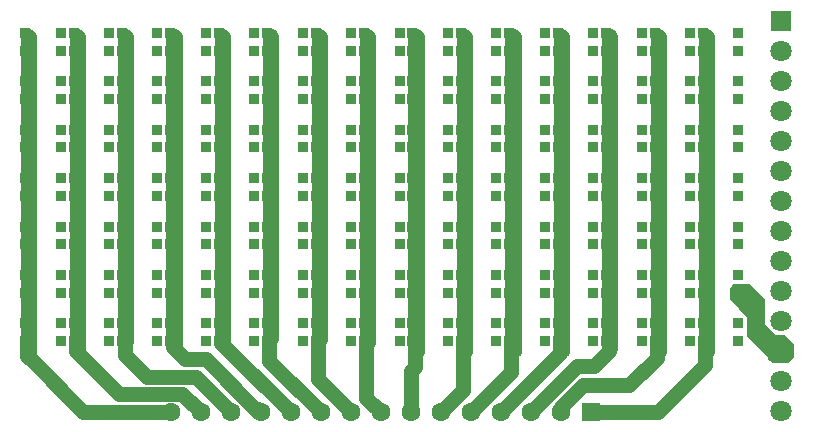
<source format=gtl>
G04 Layer: TopLayer*
G04 EasyEDA Pro v2.1.21.9b64d12f.b3811b, 2024-04-08 20:46:48*
G04 Gerber Generator version 0.3*
G04 Scale: 100 percent, Rotated: No, Reflected: No*
G04 Dimensions in millimeters*
G04 Leading zeros omitted, absolute positions, 3 integers and 3 decimals*
%FSLAX33Y33*%
%MOMM*%
%ADD8191C,0.203*%
%ADD10C,1.8*%
%ADD11R,1.8X1.8*%
%ADD12R,1.6X1.6*%
%ADD13C,1.6*%
%ADD14R,0.9X0.9*%
%ADD15C,0.6144*%
%ADD16C,0.61*%
%ADD17C,0.762*%
%ADD18C,1.27*%
G75*


G04 Copper Start*
G36*
G01X63516Y-26715D02*
G01X63115Y-27116D01*
G01X61795D01*
G01X61524Y-26845D01*
G01Y-26776D01*
G03X61495Y-26704I-102J0D01*
G01X59738Y-24947D01*
G01Y-23338D01*
G03X59708Y-23266I-102J0D01*
G01X59656Y-23214D01*
G03X59536Y-23094I-306J-186D01*
G01X58256Y-21813D01*
G01Y-20899D01*
G01X58560Y-20595D01*
G01X59808D01*
G01X61089Y-21876D01*
G01Y-23980D01*
G03X61119Y-24052I102J0D01*
G01X61970Y-24903D01*
G03X62042Y-24933I72J72D01*
G01X62748D01*
G01X63516Y-25701D01*
G01Y-26715D01*
G37*
G54D8191*
G01X63516Y-26715D02*
G01X63115Y-27116D01*
G01X61795D01*
G01X61524Y-26845D01*
G01Y-26776D01*
G03X61495Y-26704I-102J0D01*
G01X59738Y-24947D01*
G01Y-23338D01*
G03X59708Y-23266I-102J0D01*
G01X59656Y-23214D01*
G03X59536Y-23094I-306J-186D01*
G01X58256Y-21813D01*
G01Y-20899D01*
G01X58560Y-20595D01*
G01X59808D01*
G01X61089Y-21876D01*
G01Y-23980D01*
G03X61119Y-24052I102J0D01*
G01X61970Y-24903D01*
G03X62042Y-24933I72J72D01*
G01X62748D01*
G01X63516Y-25701D01*
G01Y-26715D01*
G04 Copper End*

G04 Pad Start*
G54D10*
G01X62484Y-31242D03*
G01X62484Y-28702D03*
G01X62484Y-26162D03*
G01X62484Y-23622D03*
G01X62484Y-21082D03*
G01X62484Y-18542D03*
G01X62484Y-16002D03*
G01X62484Y-13462D03*
G01X62484Y-10922D03*
G01X62484Y-8382D03*
G01X62484Y-5842D03*
G01X62484Y-3302D03*
G01X62484Y-762D03*
G54D11*
G01X62484Y1778D03*
G54D12*
G01X46390Y-31369D03*
G54D13*
G01X43850Y-31369D03*
G01X41310Y-31369D03*
G01X38770Y-31369D03*
G01X36230Y-31369D03*
G01X33690Y-31369D03*
G01X31150Y-31369D03*
G01X28610Y-31369D03*
G01X26070Y-31369D03*
G01X23530Y-31369D03*
G01X20990Y-31369D03*
G01X18450Y-31369D03*
G01X15910Y-31369D03*
G01X13370Y-31369D03*
G01X10830Y-31369D03*
G54D14*
G01X1500Y-750D03*
G01X-1500Y-750D03*
G01X-1500Y750D03*
G01X1500Y750D03*
G01X5600Y-750D03*
G01X2600Y-750D03*
G01X2600Y750D03*
G01X5600Y750D03*
G01X9700Y-750D03*
G01X6700Y-750D03*
G01X6700Y750D03*
G01X9700Y750D03*
G01X13800Y-750D03*
G01X10800Y-750D03*
G01X10800Y750D03*
G01X13800Y750D03*
G01X17900Y-750D03*
G01X14900Y-750D03*
G01X14900Y750D03*
G01X17900Y750D03*
G01X1500Y-4850D03*
G01X-1500Y-4850D03*
G01X-1500Y-3350D03*
G01X1500Y-3350D03*
G01X5600Y-4850D03*
G01X2600Y-4850D03*
G01X2600Y-3350D03*
G01X5600Y-3350D03*
G01X9700Y-4850D03*
G01X6700Y-4850D03*
G01X6700Y-3350D03*
G01X9700Y-3350D03*
G01X13800Y-4850D03*
G01X10800Y-4850D03*
G01X10800Y-3350D03*
G01X13800Y-3350D03*
G01X17900Y-4850D03*
G01X14900Y-4850D03*
G01X14900Y-3350D03*
G01X17900Y-3350D03*
G01X1500Y-8950D03*
G01X-1500Y-8950D03*
G01X-1500Y-7450D03*
G01X1500Y-7450D03*
G01X5600Y-8950D03*
G01X2600Y-8950D03*
G01X2600Y-7450D03*
G01X5600Y-7450D03*
G01X9700Y-8950D03*
G01X6700Y-8950D03*
G01X6700Y-7450D03*
G01X9700Y-7450D03*
G01X13800Y-8950D03*
G01X10800Y-8950D03*
G01X10800Y-7450D03*
G01X13800Y-7450D03*
G01X17900Y-8950D03*
G01X14900Y-8950D03*
G01X14900Y-7450D03*
G01X17900Y-7450D03*
G01X1500Y-13050D03*
G01X-1500Y-13050D03*
G01X-1500Y-11550D03*
G01X1500Y-11550D03*
G01X5600Y-13050D03*
G01X2600Y-13050D03*
G01X2600Y-11550D03*
G01X5600Y-11550D03*
G01X9700Y-13050D03*
G01X6700Y-13050D03*
G01X6700Y-11550D03*
G01X9700Y-11550D03*
G01X13800Y-13050D03*
G01X10800Y-13050D03*
G01X10800Y-11550D03*
G01X13800Y-11550D03*
G01X17900Y-13050D03*
G01X14900Y-13050D03*
G01X14900Y-11550D03*
G01X17900Y-11550D03*
G01X1500Y-17150D03*
G01X-1500Y-17150D03*
G01X-1500Y-15650D03*
G01X1500Y-15650D03*
G01X5600Y-17150D03*
G01X2600Y-17150D03*
G01X2600Y-15650D03*
G01X5600Y-15650D03*
G01X9700Y-17150D03*
G01X6700Y-17150D03*
G01X6700Y-15650D03*
G01X9700Y-15650D03*
G01X13800Y-17150D03*
G01X10800Y-17150D03*
G01X10800Y-15650D03*
G01X13800Y-15650D03*
G01X17900Y-17150D03*
G01X14900Y-17150D03*
G01X14900Y-15650D03*
G01X17900Y-15650D03*
G01X1500Y-21250D03*
G01X-1500Y-21250D03*
G01X-1500Y-19750D03*
G01X1500Y-19750D03*
G01X5600Y-21250D03*
G01X2600Y-21250D03*
G01X2600Y-19750D03*
G01X5600Y-19750D03*
G01X9700Y-21250D03*
G01X6700Y-21250D03*
G01X6700Y-19750D03*
G01X9700Y-19750D03*
G01X13800Y-21250D03*
G01X10800Y-21250D03*
G01X10800Y-19750D03*
G01X13800Y-19750D03*
G01X17900Y-21250D03*
G01X14900Y-21250D03*
G01X14900Y-19750D03*
G01X17900Y-19750D03*
G01X1500Y-25350D03*
G01X-1500Y-25350D03*
G01X-1500Y-23850D03*
G01X1500Y-23850D03*
G01X5600Y-25350D03*
G01X2600Y-25350D03*
G01X2600Y-23850D03*
G01X5600Y-23850D03*
G01X9700Y-25350D03*
G01X6700Y-25350D03*
G01X6700Y-23850D03*
G01X9700Y-23850D03*
G01X13800Y-25350D03*
G01X10800Y-25350D03*
G01X10800Y-23850D03*
G01X13800Y-23850D03*
G01X17900Y-25350D03*
G01X14900Y-25350D03*
G01X14900Y-23850D03*
G01X17900Y-23850D03*
G01X22000Y-750D03*
G01X19000Y-750D03*
G01X19000Y750D03*
G01X22000Y750D03*
G01X26100Y-750D03*
G01X23100Y-750D03*
G01X23100Y750D03*
G01X26100Y750D03*
G01X30200Y-750D03*
G01X27200Y-750D03*
G01X27200Y750D03*
G01X30200Y750D03*
G01X34300Y-750D03*
G01X31300Y-750D03*
G01X31300Y750D03*
G01X34300Y750D03*
G01X38400Y-750D03*
G01X35400Y-750D03*
G01X35400Y750D03*
G01X38400Y750D03*
G01X22000Y-4850D03*
G01X19000Y-4850D03*
G01X19000Y-3350D03*
G01X22000Y-3350D03*
G01X26100Y-4850D03*
G01X23100Y-4850D03*
G01X23100Y-3350D03*
G01X26100Y-3350D03*
G01X30200Y-4850D03*
G01X27200Y-4850D03*
G01X27200Y-3350D03*
G01X30200Y-3350D03*
G01X34300Y-4850D03*
G01X31300Y-4850D03*
G01X31300Y-3350D03*
G01X34300Y-3350D03*
G01X38400Y-4850D03*
G01X35400Y-4850D03*
G01X35400Y-3350D03*
G01X38400Y-3350D03*
G01X22000Y-8950D03*
G01X19000Y-8950D03*
G01X19000Y-7450D03*
G01X22000Y-7450D03*
G01X26100Y-8950D03*
G01X23100Y-8950D03*
G01X23100Y-7450D03*
G01X26100Y-7450D03*
G01X30200Y-8950D03*
G01X27200Y-8950D03*
G01X27200Y-7450D03*
G01X30200Y-7450D03*
G01X34300Y-8950D03*
G01X31300Y-8950D03*
G01X31300Y-7450D03*
G01X34300Y-7450D03*
G01X38400Y-8950D03*
G01X35400Y-8950D03*
G01X35400Y-7450D03*
G01X38400Y-7450D03*
G01X22000Y-13050D03*
G01X19000Y-13050D03*
G01X19000Y-11550D03*
G01X22000Y-11550D03*
G01X26100Y-13050D03*
G01X23100Y-13050D03*
G01X23100Y-11550D03*
G01X26100Y-11550D03*
G01X30200Y-13050D03*
G01X27200Y-13050D03*
G01X27200Y-11550D03*
G01X30200Y-11550D03*
G01X34300Y-13050D03*
G01X31300Y-13050D03*
G01X31300Y-11550D03*
G01X34300Y-11550D03*
G01X38400Y-13050D03*
G01X35400Y-13050D03*
G01X35400Y-11550D03*
G01X38400Y-11550D03*
G01X22000Y-17150D03*
G01X19000Y-17150D03*
G01X19000Y-15650D03*
G01X22000Y-15650D03*
G01X26100Y-17150D03*
G01X23100Y-17150D03*
G01X23100Y-15650D03*
G01X26100Y-15650D03*
G01X30200Y-17150D03*
G01X27200Y-17150D03*
G01X27200Y-15650D03*
G01X30200Y-15650D03*
G01X34300Y-17150D03*
G01X31300Y-17150D03*
G01X31300Y-15650D03*
G01X34300Y-15650D03*
G01X38400Y-17150D03*
G01X35400Y-17150D03*
G01X35400Y-15650D03*
G01X38400Y-15650D03*
G01X22000Y-21250D03*
G01X19000Y-21250D03*
G01X19000Y-19750D03*
G01X22000Y-19750D03*
G01X26100Y-21250D03*
G01X23100Y-21250D03*
G01X23100Y-19750D03*
G01X26100Y-19750D03*
G01X30200Y-21250D03*
G01X27200Y-21250D03*
G01X27200Y-19750D03*
G01X30200Y-19750D03*
G01X34300Y-21250D03*
G01X31300Y-21250D03*
G01X31300Y-19750D03*
G01X34300Y-19750D03*
G01X38400Y-21250D03*
G01X35400Y-21250D03*
G01X35400Y-19750D03*
G01X38400Y-19750D03*
G01X22000Y-25350D03*
G01X19000Y-25350D03*
G01X19000Y-23850D03*
G01X22000Y-23850D03*
G01X26100Y-25350D03*
G01X23100Y-25350D03*
G01X23100Y-23850D03*
G01X26100Y-23850D03*
G01X30200Y-25350D03*
G01X27200Y-25350D03*
G01X27200Y-23850D03*
G01X30200Y-23850D03*
G01X34300Y-25350D03*
G01X31300Y-25350D03*
G01X31300Y-23850D03*
G01X34300Y-23850D03*
G01X38400Y-25350D03*
G01X35400Y-25350D03*
G01X35400Y-23850D03*
G01X38400Y-23850D03*
G01X42500Y-750D03*
G01X39500Y-750D03*
G01X39500Y750D03*
G01X42500Y750D03*
G01X46600Y-750D03*
G01X43600Y-750D03*
G01X43600Y750D03*
G01X46600Y750D03*
G01X50700Y-750D03*
G01X47700Y-750D03*
G01X47700Y750D03*
G01X50700Y750D03*
G01X54800Y-750D03*
G01X51800Y-750D03*
G01X51800Y750D03*
G01X54800Y750D03*
G01X58900Y-750D03*
G01X55900Y-750D03*
G01X55900Y750D03*
G01X58900Y750D03*
G01X42500Y-4850D03*
G01X39500Y-4850D03*
G01X39500Y-3350D03*
G01X42500Y-3350D03*
G01X46600Y-4850D03*
G01X43600Y-4850D03*
G01X43600Y-3350D03*
G01X46600Y-3350D03*
G01X50700Y-4850D03*
G01X47700Y-4850D03*
G01X47700Y-3350D03*
G01X50700Y-3350D03*
G01X54800Y-4850D03*
G01X51800Y-4850D03*
G01X51800Y-3350D03*
G01X54800Y-3350D03*
G01X58900Y-4850D03*
G01X55900Y-4850D03*
G01X55900Y-3350D03*
G01X58900Y-3350D03*
G01X42500Y-8950D03*
G01X39500Y-8950D03*
G01X39500Y-7450D03*
G01X42500Y-7450D03*
G01X46600Y-8950D03*
G01X43600Y-8950D03*
G01X43600Y-7450D03*
G01X46600Y-7450D03*
G01X50700Y-8950D03*
G01X47700Y-8950D03*
G01X47700Y-7450D03*
G01X50700Y-7450D03*
G01X54800Y-8950D03*
G01X51800Y-8950D03*
G01X51800Y-7450D03*
G01X54800Y-7450D03*
G01X58900Y-8950D03*
G01X55900Y-8950D03*
G01X55900Y-7450D03*
G01X58900Y-7450D03*
G01X42500Y-13050D03*
G01X39500Y-13050D03*
G01X39500Y-11550D03*
G01X42500Y-11550D03*
G01X46600Y-13050D03*
G01X43600Y-13050D03*
G01X43600Y-11550D03*
G01X46600Y-11550D03*
G01X50700Y-13050D03*
G01X47700Y-13050D03*
G01X47700Y-11550D03*
G01X50700Y-11550D03*
G01X54800Y-13050D03*
G01X51800Y-13050D03*
G01X51800Y-11550D03*
G01X54800Y-11550D03*
G01X58900Y-13050D03*
G01X55900Y-13050D03*
G01X55900Y-11550D03*
G01X58900Y-11550D03*
G01X42500Y-17150D03*
G01X39500Y-17150D03*
G01X39500Y-15650D03*
G01X42500Y-15650D03*
G01X46600Y-17150D03*
G01X43600Y-17150D03*
G01X43600Y-15650D03*
G01X46600Y-15650D03*
G01X50700Y-17150D03*
G01X47700Y-17150D03*
G01X47700Y-15650D03*
G01X50700Y-15650D03*
G01X54800Y-17150D03*
G01X51800Y-17150D03*
G01X51800Y-15650D03*
G01X54800Y-15650D03*
G01X58900Y-17150D03*
G01X55900Y-17150D03*
G01X55900Y-15650D03*
G01X58900Y-15650D03*
G01X42500Y-21250D03*
G01X39500Y-21250D03*
G01X39500Y-19750D03*
G01X42500Y-19750D03*
G01X46600Y-21250D03*
G01X43600Y-21250D03*
G01X43600Y-19750D03*
G01X46600Y-19750D03*
G01X50700Y-21250D03*
G01X47700Y-21250D03*
G01X47700Y-19750D03*
G01X50700Y-19750D03*
G01X54800Y-21250D03*
G01X51800Y-21250D03*
G01X51800Y-19750D03*
G01X54800Y-19750D03*
G01X58900Y-21250D03*
G01X55900Y-21250D03*
G01X55900Y-19750D03*
G01X58900Y-19750D03*
G01X42500Y-25350D03*
G01X39500Y-25350D03*
G01X39500Y-23850D03*
G01X42500Y-23850D03*
G01X46600Y-25350D03*
G01X43600Y-25350D03*
G01X43600Y-23850D03*
G01X46600Y-23850D03*
G01X50700Y-25350D03*
G01X47700Y-25350D03*
G01X47700Y-23850D03*
G01X50700Y-23850D03*
G01X54800Y-25350D03*
G01X51800Y-25350D03*
G01X51800Y-23850D03*
G01X54800Y-23850D03*
G01X58900Y-25350D03*
G01X55900Y-25350D03*
G01X55900Y-23850D03*
G01X58900Y-23850D03*
G04 Pad End*

G04 Via Start*
G54D16*
G01X1500Y750D03*
G01X1500Y-750D03*
G01X1500Y-3350D03*
G01X1500Y-4850D03*
G01X1500Y-7450D03*
G01X1500Y-8950D03*
G01X1500Y-11550D03*
G01X1500Y-13050D03*
G01X1500Y-15650D03*
G01X1500Y-17150D03*
G01X1500Y-19750D03*
G01X1500Y-21250D03*
G01X1500Y-23850D03*
G01X1500Y-25350D03*
G01X5600Y-3350D03*
G01X5600Y750D03*
G01X5600Y-750D03*
G01X5600Y-4850D03*
G01X5600Y-7450D03*
G01X5600Y-17150D03*
G01X5600Y-19750D03*
G01X5600Y-11550D03*
G01X5600Y-13050D03*
G01X5600Y-8950D03*
G01X5600Y-15650D03*
G01X5600Y-23850D03*
G01X5600Y-25350D03*
G01X5600Y-21250D03*
G01X9700Y-3350D03*
G01X9700Y750D03*
G01X9700Y-750D03*
G01X9700Y-4850D03*
G01X9700Y-7450D03*
G01X9700Y-17150D03*
G01X9700Y-19750D03*
G01X9700Y-11550D03*
G01X9700Y-13050D03*
G01X9700Y-8950D03*
G01X9700Y-15650D03*
G01X9700Y-23850D03*
G01X9700Y-25350D03*
G01X9700Y-21250D03*
G01X13800Y-3350D03*
G01X13800Y750D03*
G01X13800Y-750D03*
G01X13800Y-4850D03*
G01X13800Y-7450D03*
G01X13800Y-17150D03*
G01X13800Y-19750D03*
G01X13800Y-11550D03*
G01X13800Y-13050D03*
G01X13800Y-8950D03*
G01X13800Y-15650D03*
G01X13800Y-23850D03*
G01X13800Y-25350D03*
G01X13800Y-21250D03*
G01X17900Y-3350D03*
G01X17900Y750D03*
G01X17900Y-750D03*
G01X17900Y-4850D03*
G01X17900Y-7450D03*
G01X17900Y-17150D03*
G01X17900Y-19750D03*
G01X17900Y-11550D03*
G01X17900Y-13050D03*
G01X17900Y-8950D03*
G01X17900Y-15650D03*
G01X17900Y-23850D03*
G01X17900Y-25350D03*
G01X17900Y-21250D03*
G01X22000Y-3350D03*
G01X22000Y750D03*
G01X22000Y-750D03*
G01X22000Y-4850D03*
G01X22000Y-7450D03*
G01X22000Y-17150D03*
G01X22000Y-19750D03*
G01X22000Y-11550D03*
G01X22000Y-13050D03*
G01X22000Y-8950D03*
G01X22000Y-15650D03*
G01X22000Y-23850D03*
G01X22000Y-25350D03*
G01X22000Y-21250D03*
G01X26100Y-3350D03*
G01X26100Y750D03*
G01X26100Y-750D03*
G01X26100Y-4850D03*
G01X26100Y-7450D03*
G01X26100Y-17150D03*
G01X26100Y-19750D03*
G01X26100Y-11550D03*
G01X26100Y-13050D03*
G01X26100Y-8950D03*
G01X26100Y-15650D03*
G01X26100Y-23850D03*
G01X26100Y-25350D03*
G01X26100Y-21250D03*
G01X30200Y-3350D03*
G01X30200Y750D03*
G01X30200Y-750D03*
G01X30200Y-4850D03*
G01X30200Y-7450D03*
G01X30200Y-17150D03*
G01X30200Y-19750D03*
G01X30200Y-11550D03*
G01X30200Y-13050D03*
G01X30200Y-8950D03*
G01X30200Y-15650D03*
G01X30200Y-23850D03*
G01X30200Y-25350D03*
G01X30200Y-21250D03*
G01X34300Y-3350D03*
G01X34300Y750D03*
G01X34300Y-750D03*
G01X34300Y-4850D03*
G01X34300Y-7450D03*
G01X34300Y-17150D03*
G01X34300Y-19750D03*
G01X34300Y-11550D03*
G01X34300Y-13050D03*
G01X34300Y-8950D03*
G01X34300Y-15650D03*
G01X34300Y-23850D03*
G01X34300Y-25350D03*
G01X34300Y-21250D03*
G01X38400Y-3350D03*
G01X38400Y750D03*
G01X38400Y-750D03*
G01X38400Y-4850D03*
G01X38400Y-7450D03*
G01X38400Y-17150D03*
G01X38400Y-19750D03*
G01X38400Y-11550D03*
G01X38400Y-13050D03*
G01X38400Y-8950D03*
G01X38400Y-15650D03*
G01X38400Y-23850D03*
G01X38400Y-25350D03*
G01X38400Y-21250D03*
G01X42500Y-3350D03*
G01X42500Y750D03*
G01X42500Y-750D03*
G01X42500Y-4850D03*
G01X42500Y-7450D03*
G01X42500Y-17150D03*
G01X42500Y-19750D03*
G01X42500Y-11550D03*
G01X42500Y-13050D03*
G01X42500Y-8950D03*
G01X42500Y-15650D03*
G01X42500Y-23850D03*
G01X42500Y-25350D03*
G01X42500Y-21250D03*
G01X46600Y-3350D03*
G01X46600Y750D03*
G01X46600Y-750D03*
G01X46600Y-4850D03*
G01X46600Y-7450D03*
G01X46600Y-17150D03*
G01X46600Y-19750D03*
G01X46600Y-11550D03*
G01X46600Y-13050D03*
G01X46600Y-8950D03*
G01X46600Y-15650D03*
G01X46600Y-23850D03*
G01X46600Y-25350D03*
G01X46600Y-21250D03*
G01X50700Y-3350D03*
G01X50700Y750D03*
G01X50700Y-750D03*
G01X50700Y-4850D03*
G01X50700Y-7450D03*
G01X50700Y-17150D03*
G01X50700Y-19750D03*
G01X50700Y-11550D03*
G01X50700Y-13050D03*
G01X50700Y-8950D03*
G01X50700Y-15650D03*
G01X50700Y-23850D03*
G01X50700Y-25350D03*
G01X50700Y-21250D03*
G01X54800Y-3350D03*
G01X54800Y750D03*
G01X54800Y-750D03*
G01X54800Y-4850D03*
G01X54800Y-7450D03*
G01X54800Y-17150D03*
G01X54800Y-19750D03*
G01X54800Y-11550D03*
G01X54800Y-13050D03*
G01X54800Y-8950D03*
G01X54800Y-15650D03*
G01X54800Y-23850D03*
G01X54800Y-25350D03*
G01X54800Y-21250D03*
G01X58900Y-3350D03*
G01X58900Y750D03*
G01X58900Y-750D03*
G01X58900Y-4850D03*
G01X58900Y-7450D03*
G01X58900Y-17150D03*
G01X58900Y-19750D03*
G01X58900Y-11550D03*
G01X58900Y-13050D03*
G01X58900Y-8950D03*
G01X58900Y-15650D03*
G01X58900Y-23850D03*
G01X58900Y-25350D03*
G01X58900Y-21250D03*
G04 Via End*

G04 Track Start*
G54D17*
G01X-1500Y750D02*
G01X-1500Y-750D01*
G01Y-3350D01*
G01Y-4850D01*
G01Y-7450D01*
G01Y-8950D01*
G01Y-11550D01*
G01Y-13050D01*
G01Y-15650D01*
G01Y-17150D01*
G01Y-19750D01*
G01Y-21250D01*
G01Y-23850D01*
G01Y-25350D01*
G01X2600Y750D02*
G01X2600Y-750D01*
G01Y-3350D01*
G01Y-4850D01*
G01Y-7450D01*
G01Y-8950D01*
G01Y-11550D01*
G01Y-13050D01*
G01Y-15650D01*
G01Y-17150D01*
G01Y-19750D01*
G01Y-21250D01*
G01Y-23850D01*
G01Y-25350D01*
G54D18*
G01X-1120Y-26808D02*
G01X3441Y-31369D01*
G01X10830D01*
G54D17*
G01X6700Y750D02*
G01X6700Y-750D01*
G01Y-3350D01*
G01Y-4850D01*
G01Y-7450D01*
G01Y-8950D01*
G01Y-11550D01*
G01Y-13050D01*
G01Y-15650D01*
G01Y-17150D01*
G01Y-19750D01*
G01Y-21250D01*
G01Y-23850D01*
G01Y-25350D01*
G01X10800Y-21250D02*
G01X10800Y-19750D01*
G01Y-17150D01*
G01Y-15650D01*
G01Y-13050D01*
G01Y-11550D01*
G01Y-8950D01*
G01Y-7450D01*
G01Y-4850D01*
G01Y-3350D01*
G01Y-750D01*
G01Y750D01*
G01X14900Y750D02*
G01X14900Y-750D01*
G01Y-3350D01*
G01Y-4850D01*
G01Y-7450D01*
G01Y-8950D01*
G01Y-11550D01*
G01Y-13050D01*
G01Y-15650D01*
G01Y-17150D01*
G01Y-19750D01*
G01Y-21250D01*
G01Y-23850D01*
G01Y-25350D01*
G01X19000Y-25350D02*
G01X19000Y-23850D01*
G01Y-21250D01*
G01Y-19750D01*
G01Y-17150D01*
G01Y-15650D01*
G01Y-13050D01*
G01Y-11550D01*
G01Y-8950D01*
G01Y-7450D01*
G01Y-4850D01*
G01Y-3350D01*
G01Y-750D01*
G01Y750D01*
G01X23100Y750D02*
G01X23100Y-750D01*
G01Y-3350D01*
G01Y-4850D01*
G01Y-7450D01*
G01Y-8950D01*
G01Y-11550D01*
G01Y-13050D01*
G01Y-15650D01*
G01Y-17150D01*
G01Y-19750D01*
G01Y-21250D01*
G01Y-23850D01*
G01Y-25350D01*
G01X27200Y-25350D02*
G01X27200Y-23850D01*
G01Y-21250D01*
G01Y-19750D01*
G01Y-17150D01*
G01Y-15650D01*
G01Y-13050D01*
G01Y-11550D01*
G01Y-8950D01*
G01Y-7450D01*
G01Y-4850D01*
G01Y-3350D01*
G01Y-750D01*
G01Y750D01*
G01X31300Y750D02*
G01X31300Y-750D01*
G01Y-3350D01*
G01Y-4850D01*
G01Y-7450D01*
G01Y-8950D01*
G01Y-11550D01*
G01Y-13050D01*
G01Y-15650D01*
G01Y-17150D01*
G01Y-19750D01*
G01Y-21250D01*
G01Y-23850D01*
G01Y-25350D01*
G01X35400Y-25350D02*
G01X35400Y-23850D01*
G01Y-21250D01*
G01Y-19750D01*
G01Y-17150D01*
G01Y-15650D01*
G01Y-13050D01*
G01Y-11550D01*
G01Y-8950D01*
G01Y-7450D01*
G01Y-4850D01*
G01Y-3350D01*
G01Y-750D01*
G01Y750D01*
G01X39500Y750D02*
G01X39500Y-750D01*
G01Y-3350D01*
G01Y-4850D01*
G01Y-7450D01*
G01Y-8950D01*
G01Y-11550D01*
G01Y-13050D01*
G01Y-15650D01*
G01Y-17150D01*
G01Y-19750D01*
G01Y-21250D01*
G01Y-23850D01*
G01Y-25350D01*
G01X43600Y750D02*
G01X43600Y-750D01*
G01Y-3350D01*
G01Y-4850D01*
G01Y-7450D01*
G01Y-8950D01*
G01Y-11550D01*
G01Y-13050D01*
G01Y-15650D01*
G01Y-17150D01*
G01Y-19750D01*
G01Y-21250D01*
G01Y-23850D01*
G01Y-25350D01*
G01X47700Y-25350D02*
G01X47700Y-23850D01*
G01Y-21250D01*
G01Y-19750D01*
G01Y-17150D01*
G01Y-15650D01*
G01Y-13050D01*
G01Y-11550D01*
G01Y-8950D01*
G01Y-7450D01*
G01Y-4850D01*
G01Y-3350D01*
G01Y-750D01*
G01Y750D01*
G01X51800Y750D02*
G01X51800Y-750D01*
G01Y-3350D01*
G01Y-4850D01*
G01Y-7450D01*
G01Y-8950D01*
G01Y-11550D01*
G01Y-13050D01*
G01Y-15650D01*
G01Y-17150D01*
G01Y-19750D01*
G01Y-21250D01*
G01Y-23850D01*
G01Y-25350D01*
G01X55900Y-25350D02*
G01X55900Y-23850D01*
G01Y-21250D01*
G01Y-19750D01*
G01Y-17150D01*
G01Y-15650D01*
G01Y-13050D01*
G01Y-11550D01*
G01Y-8950D01*
G01Y-7450D01*
G01Y-4850D01*
G01Y-3350D01*
G01Y-750D01*
G01Y750D01*
G01X-1500Y750D02*
G01X-1131Y750D01*
G01X-889Y508D01*
G01Y-26289D01*
G01X3211Y508D02*
G01X3211Y-26289D01*
G01X2969Y750D02*
G01X3211Y508D01*
G01X2600Y750D02*
G01X2969Y750D01*
G01X7069Y750D02*
G01X7311Y508D01*
G01X6700Y750D02*
G01X7069Y750D01*
G01X15269Y750D02*
G01X15511Y508D01*
G01X14900Y750D02*
G01X15269Y750D01*
G01X19614Y508D02*
G01X19614Y-25147D01*
G01X19372Y750D02*
G01X19614Y508D01*
G01X19003Y750D02*
G01X19372Y750D01*
G01X23716Y508D02*
G01X23716Y-25269D01*
G01X23474Y750D02*
G01X23716Y508D01*
G01X23105Y750D02*
G01X23474Y750D01*
G01X27811Y508D02*
G01X27811Y-25468D01*
G01X27569Y750D02*
G01X27811Y508D01*
G01X27200Y750D02*
G01X27569Y750D01*
G01X31911Y508D02*
G01X31911Y-26289D01*
G01X31669Y750D02*
G01X31911Y508D01*
G01X31300Y750D02*
G01X31669Y750D01*
G01X36011Y508D02*
G01X36011Y-26289D01*
G01X35769Y750D02*
G01X36011Y508D01*
G01X35400Y750D02*
G01X35769Y750D01*
G01X40124Y508D02*
G01X40124Y-26289D01*
G01X39881Y750D02*
G01X40124Y508D01*
G01X39513Y750D02*
G01X39881Y750D01*
G01X44211Y508D02*
G01X44211Y-26289D01*
G01X43969Y750D02*
G01X44211Y508D01*
G01X43600Y750D02*
G01X43969Y750D01*
G01X48311Y508D02*
G01X48311Y-26007D01*
G01X48069Y750D02*
G01X48311Y508D01*
G01X47700Y750D02*
G01X48069Y750D01*
G01X52411Y508D02*
G01X52411Y-26289D01*
G01X52169Y750D02*
G01X52411Y508D01*
G01X51800Y750D02*
G01X52169Y750D01*
G01X56511Y508D02*
G01X56511Y-26289D01*
G01X56269Y750D02*
G01X56511Y508D01*
G01X55900Y750D02*
G01X56269Y750D01*
G54D18*
G01X2781Y-25608D02*
G01X2781Y-26149D01*
G01X-1120Y-26808D02*
G01X-1177Y-26808D01*
G01X-1349Y-26637D01*
G01Y-25517D01*
G54D17*
G01X7311Y508D02*
G01X7311Y-25383D01*
G54D18*
G01X6965Y-25761D02*
G01X6965Y-26523D01*
G01X2781Y-26149D02*
G01X6414Y-29782D01*
G01X11782D01*
G01X13370Y-31369D01*
G01X6965Y-26523D02*
G01X8852Y-28410D01*
G01X12951D01*
G01X15910Y-31369D01*
G01X18199Y-31118D02*
G01X18450Y-31369D01*
G54D17*
G01X10800Y750D02*
G01X11169Y750D01*
G01X11411Y508D01*
G01Y-26289D01*
G54D18*
G01X10990Y-25868D02*
G01X10990Y-25384D01*
G01X11411Y-26289D02*
G01X12020Y-26899D01*
G01X11411Y-26289D02*
G01X10990Y-25868D01*
G54D17*
G01X10800Y-25154D02*
G01X10791Y-25163D01*
G01X10800Y-25154D02*
G01X10800Y-23850D01*
G01Y-21250D01*
G54D18*
G01X12020Y-26899D02*
G01X13816Y-26899D01*
G01X18062Y-31144D01*
G01X18199Y-31118D01*
G01X15097Y-25496D02*
G01X15097Y-25473D01*
G01X23530Y-31369D02*
G01X19191Y-27030D01*
G01Y-25728D01*
G54D17*
G01X19614Y-25147D02*
G01X19254Y-25507D01*
G54D18*
G01X26070Y-31369D02*
G01X23286Y-28585D01*
G01Y-25641D01*
G54D17*
G01X23716Y-25269D02*
G01X23484Y-25501D01*
G54D18*
G01X28610Y-31369D02*
G01X27377Y-30137D01*
G01Y-25500D01*
G54D17*
G01X27811Y-25468D02*
G01X27755Y-25524D01*
G54D18*
G01X31150Y-31369D02*
G01X31150Y-27863D01*
G01X31486Y-27527D01*
G01Y-25608D01*
G01X33690Y-31369D02*
G01X35588Y-29471D01*
G01Y-25459D01*
G01X36230Y-31369D02*
G01X39679Y-27920D01*
G01Y-25711D01*
G01X38770Y-31369D02*
G01X43780Y-26358D01*
G01Y-25733D01*
G01X41310Y-31369D02*
G01X45247Y-27432D01*
G01X46628D01*
G01X47898Y-26162D01*
G01Y-25768D01*
G01X43850Y-31369D02*
G01X43850Y-30953D01*
G01X45720Y-29083D01*
G01X49657D01*
G01X51988Y-26752D02*
G01X51988Y-25608D01*
G01X49657Y-29083D02*
G01X51988Y-26752D01*
G54D17*
G01X48311Y-26007D02*
G01X48275Y-26043D01*
G54D18*
G01X46390Y-31369D02*
G01X52070Y-31369D01*
G01X56090Y-27349D02*
G01X56090Y-25494D01*
G01X52070Y-31369D02*
G01X56090Y-27349D01*
G54D17*
G01X15511Y508D02*
G01X15511Y-25910D01*
G01Y-26289D01*
G54D18*
G01X15097Y-25496D02*
G01X15511Y-25910D01*
G01X20981Y-31380D01*
G04 Track End*

M02*

</source>
